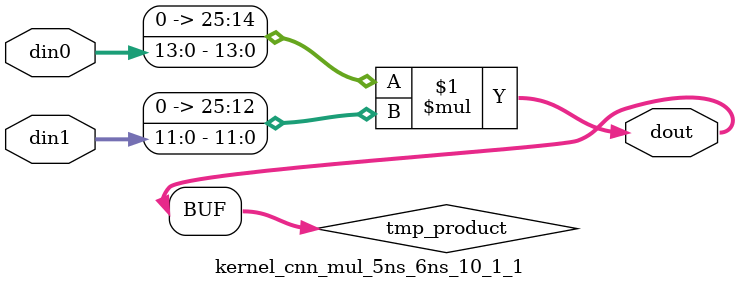
<source format=v>

`timescale 1 ns / 1 ps

  module kernel_cnn_mul_5ns_6ns_10_1_1(din0, din1, dout);
parameter ID = 1;
parameter NUM_STAGE = 0;
parameter din0_WIDTH = 14;
parameter din1_WIDTH = 12;
parameter dout_WIDTH = 26;

input [din0_WIDTH - 1 : 0] din0; 
input [din1_WIDTH - 1 : 0] din1; 
output [dout_WIDTH - 1 : 0] dout;

wire signed [dout_WIDTH - 1 : 0] tmp_product;










assign tmp_product = $signed({1'b0, din0}) * $signed({1'b0, din1});











assign dout = tmp_product;







endmodule

</source>
